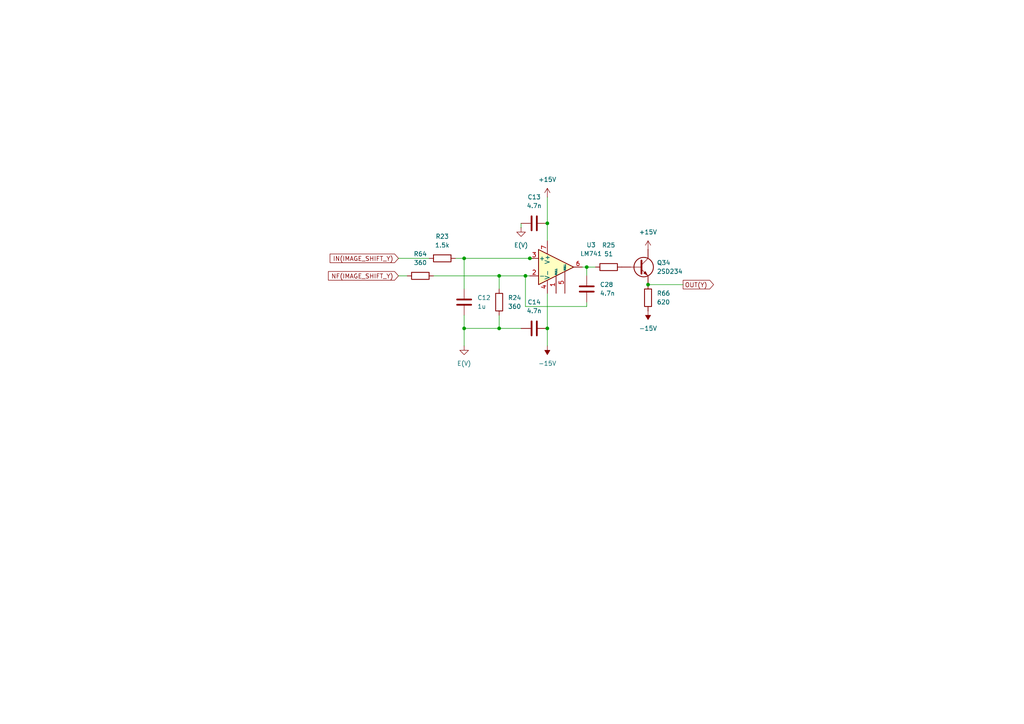
<source format=kicad_sch>
(kicad_sch (version 20250114) (generator "eeschema") (generator_version "9.0")
  (paper "A4")
  (lib_symbols
    (symbol "Amplifier_Operational:LM741" (pin_names (offset 0.127))
      (property "Reference" "U" (at 0 6.35 0))
      (property "Value" "LM741" (at 0 3.81 0))
      (symbol "LM741_0_1"
        (polyline (pts (xy -5.08 5.08) (xy 5.08 0) (xy -5.08 -5.08) (xy -5.08 5.08)) (stroke (width 0.254)) (fill (type background)))
      )
      (symbol "LM741_1_1"
        (pin input line (at -7.62 2.54 0) (length 2.54) (name "+") (number "3"))
        (pin input line (at -7.62 -2.54 0) (length 2.54) (name "-") (number "2"))
        (pin power_in line (at -2.54 7.62 270) (length 3.81) (name "V+") (number "7"))
        (pin power_in line (at -2.54 -7.62 90) (length 3.81) (name "V-") (number "4"))
        (pin no_connect line (at 0 2.54 270) (length 2.54) (hide yes) (name "NC") (number "8"))
        (pin input line (at 0 -7.62 90) (length 5.08) (name "NULL") (number "1"))
        (pin input line (at 2.54 -7.62 90) (length 6.35) (name "NULL") (number "5"))
        (pin output line (at 7.62 0 180) (length 2.54) (name "~") (number "6"))
      )
    )
    (symbol "Device:C" (pin_numbers (hide yes)) (pin_names (offset 0.254))
      (property "Reference" "C" (at 0.635 2.54 0))
      (property "Value" "C" (at 0.635 -2.54 0))
      (symbol "C_0_1"
        (polyline (pts (xy -2.032 0.762) (xy 2.032 0.762)) (stroke (width 0.508)))
        (polyline (pts (xy -2.032 -0.762) (xy 2.032 -0.762)) (stroke (width 0.508)))
      )
      (symbol "C_1_1"
        (pin passive line (at 0 3.81 270) (length 2.794) (name "~") (number "1"))
        (pin passive line (at 0 -3.81 90) (length 2.794) (name "~") (number "2"))
      )
    )
    (symbol "Device:Q_NPN" (pin_numbers (hide yes)) (pin_names (offset 0) (hide yes))
      (property "Reference" "Q" (at 5.08 1.27 0))
      (property "Value" "Q_NPN" (at 5.08 -1.27 0))
      (symbol "Q_NPN_0_1"
        (polyline (pts (xy -2.54 0) (xy 0.635 0)))
        (polyline (pts (xy 0.635 1.905) (xy 0.635 -1.905)) (stroke (width 0.508)))
        (polyline (pts (xy 0.635 0.635) (xy 2.54 2.54)))
        (polyline (pts (xy 0.635 -0.635) (xy 2.54 -2.54)))
        (circle (center 1.27 0) (radius 2.8194) (stroke (width 0.254)))
        (polyline (pts (xy 1.27 -1.778) (xy 1.778 -1.27) (xy 2.286 -2.286) (xy 1.27 -1.778)) (fill (type outline)))
      )
      (symbol "Q_NPN_1_1"
        (pin input line (at -5.08 0 0) (length 2.54) (name "B") (number "B"))
        (pin passive line (at 2.54 5.08 270) (length 2.54) (name "C") (number "C"))
        (pin passive line (at 2.54 -5.08 90) (length 2.54) (name "E") (number "E"))
      )
    )
    (symbol "Device:R" (pin_numbers (hide yes)) (pin_names (offset 0))
      (property "Reference" "R" (at 2.032 0 90))
      (property "Value" "R" (at 0 0 90))
      (symbol "R_0_1"
        (rectangle (start -1.016 -2.54) (end 1.016 2.54) (stroke (width 0.254)))
      )
      (symbol "R_1_1"
        (pin passive line (at 0 3.81 270) (length 1.27) (name "~") (number "1"))
        (pin passive line (at 0 -3.81 90) (length 1.27) (name "~") (number "2"))
      )
    )
    (symbol "power:+15V" (power) (pin_numbers (hide yes)) (pin_names (offset 0) (hide yes))
      (property "Value" "+15V" (at 0 3.556 0))
      (symbol "+15V_0_1"
        (polyline (pts (xy -0.762 1.27) (xy 0 2.54)))
        (polyline (pts (xy 0 2.54) (xy 0.762 1.27)))
        (polyline (pts (xy 0 0) (xy 0 2.54)))
      )
      (symbol "+15V_1_1"
        (pin power_in line (at 0 0 90) (length 0) (name "~") (number "1"))
      )
    )
    (symbol "power:-15V" (power) (pin_numbers (hide yes)) (pin_names (offset 0) (hide yes))
      (property "Value" "-15V" (at 0 3.556 0))
      (symbol "-15V_0_0"
        (pin power_in line (at 0 0 90) (length 0) (name "~") (number "1"))
      )
      (symbol "-15V_0_1"
        (polyline (pts (xy 0 0) (xy 0 1.27) (xy 0.762 1.27) (xy 0 2.54) (xy -0.762 1.27) (xy 0 1.27)) (fill (type outline)))
      )
    )
    (symbol "power:GND" (power) (pin_numbers (hide yes)) (pin_names (offset 0) (hide yes))
      (property "Value" "GND" (at 0 -3.81 0))
      (symbol "GND_0_1"
        (polyline (pts (xy 0 0) (xy 0 -1.27) (xy 1.27 -1.27) (xy 0 -2.54) (xy -1.27 -1.27) (xy 0 -1.27)))
      )
      (symbol "GND_1_1"
        (pin power_in line (at 0 0 270) (length 0) (name "~") (number "1"))
      )
    )
  )
  (junction (at 134.62 95.25))
  (junction (at 170.18 77.47))
  (junction (at 153.67 74.93))
  (junction (at 187.96 82.55))
  (junction (at 144.78 95.25))
  (junction (at 152.4 80.01))
  (junction (at 158.75 64.77))
  (junction (at 144.78 80.01))
  (junction (at 134.62 74.93))
  (junction (at 158.75 95.25))
  (wire (pts (xy 151.13 66.04) (xy 151.13 64.77)))
  (wire (pts (xy 158.75 100.33) (xy 158.75 95.25)))
  (wire (pts (xy 134.62 95.25) (xy 144.78 95.25)))
  (wire (pts (xy 152.4 88.9) (xy 152.4 80.01)))
  (wire (pts (xy 158.75 57.15) (xy 158.75 64.77)))
  (wire (pts (xy 170.18 77.47) (xy 170.18 80.01)))
  (wire (pts (xy 134.62 74.93) (xy 134.62 83.82)))
  (wire (pts (xy 152.4 80.01) (xy 153.67 80.01)))
  (wire (pts (xy 125.73 80.01) (xy 144.78 80.01)))
  (wire (pts (xy 170.18 87.63) (xy 170.18 88.9)))
  (wire (pts (xy 158.75 95.25) (xy 158.75 85.09)))
  (wire (pts (xy 115.57 80.01) (xy 118.11 80.01)))
  (wire (pts (xy 115.57 74.93) (xy 124.46 74.93)))
  (wire (pts (xy 144.78 95.25) (xy 151.13 95.25)))
  (wire (pts (xy 158.75 64.77) (xy 158.75 69.85)))
  (wire (pts (xy 134.62 91.44) (xy 134.62 95.25)))
  (wire (pts (xy 134.62 100.33) (xy 134.62 95.25)))
  (wire (pts (xy 144.78 80.01) (xy 152.4 80.01)))
  (wire (pts (xy 134.62 74.93) (xy 153.67 74.93)))
  (wire (pts (xy 144.78 80.01) (xy 144.78 83.82)))
  (wire (pts (xy 170.18 88.9) (xy 152.4 88.9)))
  (wire (pts (xy 132.08 74.93) (xy 134.62 74.93)))
  (wire (pts (xy 170.18 77.47) (xy 172.72 77.47)))
  (wire (pts (xy 154.94 74.93) (xy 153.67 74.93)))
  (wire (pts (xy 168.91 77.47) (xy 170.18 77.47)))
  (wire (pts (xy 198.12 82.55) (xy 187.96 82.55)))
  (wire (pts (xy 144.78 91.44) (xy 144.78 95.25)))
  (global_label "IN(IMAGE_SHIFT_Y)" (shape input) (at 115.57 74.93 180) (property "Intersheetrefs" "${INTERSHEET_REFS}" (effects (hide yes))))
  (global_label "OUT(Y)" (shape output) (at 198.12 82.55 0) (property "Intersheetrefs" "${INTERSHEET_REFS}" (effects (hide yes))))
  (global_label "NF(IMAGE_SHIFT_Y)" (shape input) (at 115.57 80.01 180) (property "Intersheetrefs" "${INTERSHEET_REFS}" (effects (hide yes))))
  (symbol (lib_id "power:GND") (at 151.13 66.04 0) (unit 1)
    (property "Reference" "#PWR053" (effects (hide yes)))
    (property "Value" "E(V)" (at 151.13 71.12 0))
    (property "Description" "Power symbol creates a global label with name \"GND\" , ground" (effects (hide yes)))
  )
  (symbol (lib_id "Device:C") (at 170.18 83.82 0) (unit 1)
    (property "Reference" "C28" (at 173.99 82.5499 0) (effects (justify left)))
    (property "Value" "4.7n" (at 173.99 85.0899 0) (effects (justify left)))
    (property "Description" "Unpolarized capacitor" (effects (hide yes)))
  )
  (symbol (lib_id "Device:R") (at 144.78 87.63 0) (unit 1)
    (property "Reference" "R24" (at 147.32 86.3599 0) (effects (justify left)))
    (property "Value" "360" (at 147.32 88.8999 0) (effects (justify left)))
    (property "Description" "Resistor" (effects (hide yes)))
  )
  (symbol (lib_id "power:-15V") (at 158.75 100.33 180) (unit 1)
    (property "Reference" "#PWR029" (effects (hide yes)))
    (property "Value" "-15V" (at 158.75 105.41 0))
    (property "Description" "Power symbol creates a global label with name \"-15V\"" (effects (hide yes)))
  )
  (symbol (lib_id "power:GND") (at 134.62 100.33 0) (unit 1)
    (property "Reference" "#PWR052" (effects (hide yes)))
    (property "Value" "E(V)" (at 134.62 105.41 0))
    (property "Description" "Power symbol creates a global label with name \"GND\" , ground" (effects (hide yes)))
  )
  (symbol (lib_id "Device:C") (at 154.94 64.77 90) (unit 1)
    (property "Reference" "C13" (at 154.94 57.15 90))
    (property "Value" "4.7n" (at 154.94 59.69 90))
    (property "Description" "Unpolarized capacitor" (effects (hide yes)))
  )
  (symbol (lib_id "Device:R") (at 176.53 77.47 90) (unit 1)
    (property "Reference" "R25" (at 176.53 71.12 90))
    (property "Value" "51" (at 176.53 73.66 90))
    (property "Description" "Resistor" (effects (hide yes)))
  )
  (symbol (lib_id "Amplifier_Operational:LM741") (at 161.29 77.47 0) (unit 1)
    (property "Reference" "U3" (at 171.45 71.0498 0))
    (property "Value" "LM741" (at 171.45 73.5898 0))
    (property "Datasheet" "http://www.ti.com/lit/ds/symlink/lm741.pdf" (effects (hide yes)))
    (property "Description" "Operational Amplifier, DIP-8/TO-99-8" (effects (hide yes)))
  )
  (symbol (lib_id "Device:C") (at 154.94 95.25 90) (unit 1)
    (property "Reference" "C14" (at 154.94 87.63 90))
    (property "Value" "4.7n" (at 154.94 90.17 90))
    (property "Description" "Unpolarized capacitor" (effects (hide yes)))
  )
  (symbol (lib_id "Device:R") (at 187.96 86.36 0) (unit 1)
    (property "Reference" "R66" (at 190.5 85.0899 0) (effects (justify left)))
    (property "Value" "620" (at 190.5 87.6299 0) (effects (justify left)))
    (property "Description" "Resistor" (effects (hide yes)))
  )
  (symbol (lib_id "Device:Q_NPN") (at 185.42 77.47 0) (unit 1)
    (property "Reference" "Q34" (at 190.5 76.1999 0) (effects (justify left)))
    (property "Value" "2SD234" (at 190.5 78.7399 0) (effects (justify left)))
    (property "Description" "NPN bipolar junction transistor" (effects (hide yes)))
  )
  (symbol (lib_id "Device:R") (at 121.92 80.01 90) (unit 1)
    (property "Reference" "R64" (at 121.92 73.66 90))
    (property "Value" "360" (at 121.92 76.2 90))
    (property "Description" "Resistor" (effects (hide yes)))
  )
  (symbol (lib_id "power:+15V") (at 158.75 57.15 0) (unit 1)
    (property "Reference" "#PWR03" (effects (hide yes)))
    (property "Value" "+15V" (at 158.75 52.07 0))
    (property "Description" "Power symbol creates a global label with name \"+15V\"" (effects (hide yes)))
  )
  (symbol (lib_id "Device:R") (at 128.27 74.93 90) (unit 1)
    (property "Reference" "R23" (at 128.27 68.58 90))
    (property "Value" "1.5k" (at 128.27 71.12 90))
    (property "Description" "Resistor" (effects (hide yes)))
  )
  (symbol (lib_id "power:-15V") (at 187.96 90.17 180) (unit 1)
    (property "Reference" "#PWR027" (effects (hide yes)))
    (property "Value" "-15V" (at 187.96 95.25 0))
    (property "Description" "Power symbol creates a global label with name \"-15V\"" (effects (hide yes)))
  )
  (symbol (lib_id "Device:C") (at 134.62 87.63 0) (unit 1)
    (property "Reference" "C12" (at 138.43 86.3599 0) (effects (justify left)))
    (property "Value" "1u" (at 138.43 88.8999 0) (effects (justify left)))
    (property "Description" "Unpolarized capacitor" (effects (hide yes)))
  )
  (symbol (lib_id "power:+15V") (at 187.96 72.39 0) (unit 1)
    (property "Reference" "#PWR015" (effects (hide yes)))
    (property "Value" "+15V" (at 187.96 67.31 0))
    (property "Description" "Power symbol creates a global label with name \"+15V\"" (effects (hide yes)))
  )
)
</source>
